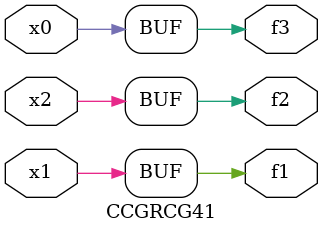
<source format=v>
module CCGRCG41(
	input x0, x1, x2,
	output f1, f2, f3
);
	assign f1 = x1;
	assign f2 = x2;
	assign f3 = x0;
endmodule

</source>
